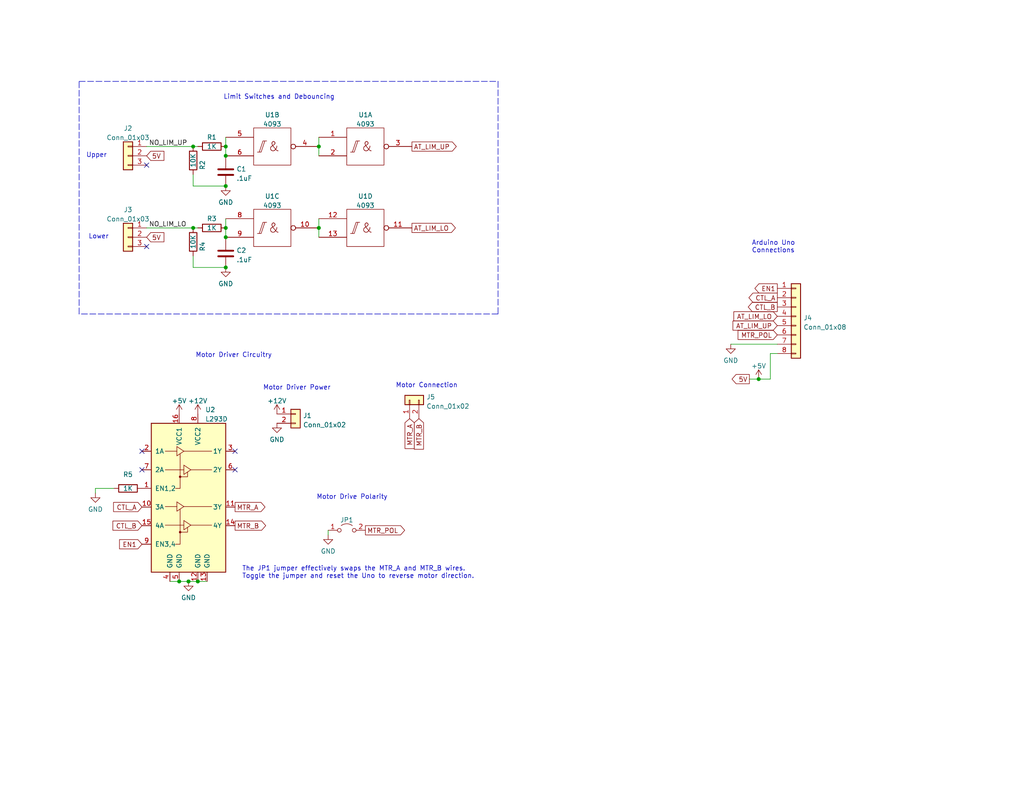
<source format=kicad_sch>
(kicad_sch (version 20211123) (generator eeschema)

  (uuid 823fd505-2f0d-4699-85a2-e49458060f6a)

  (paper "A")

  (title_block
    (title "Arduino Uno Actuator Controller")
    (date "2023-05-08")
    (rev "1")
    (company "Fluxus")
  )

  (lib_symbols
    (symbol "4xxx_IEEE:4093" (pin_names (offset 0.762)) (in_bom yes) (on_board yes)
      (property "Reference" "U" (id 0) (at 3.81 6.35 0)
        (effects (font (size 1.27 1.27)))
      )
      (property "Value" "4093" (id 1) (at 5.08 -6.35 0)
        (effects (font (size 1.27 1.27)))
      )
      (property "Footprint" "" (id 2) (at 0 0 0)
        (effects (font (size 1.27 1.27)) hide)
      )
      (property "Datasheet" "" (id 3) (at 0 0 0)
        (effects (font (size 1.27 1.27)) hide)
      )
      (symbol "4093_0_0"
        (rectangle (start -5.08 5.08) (end 5.08 -5.08)
          (stroke (width 0) (type default) (color 0 0 0 0))
          (fill (type none))
        )
        (polyline
          (pts
            (xy -4.064 -1.524)
            (xy -3.048 -1.524)
            (xy -2.032 1.524)
            (xy -1.524 1.524)
            (xy -2.54 1.524)
            (xy -3.556 -1.524)
            (xy -3.556 -1.524)
          )
          (stroke (width 0) (type default) (color 0 0 0 0))
          (fill (type none))
        )
        (text "&" (at 0.508 0 0)
          (effects (font (size 2.54 2.54)))
        )
        (pin power_in line (at 0 5.08 270) (length 0) hide
          (name "Vdd" (effects (font (size 1.27 1.27))))
          (number "14" (effects (font (size 1.27 1.27))))
        )
        (pin power_in line (at 0 -5.08 90) (length 0) hide
          (name "Vss" (effects (font (size 1.27 1.27))))
          (number "7" (effects (font (size 1.27 1.27))))
        )
      )
      (symbol "4093_1_1"
        (pin input line (at -12.7 2.54 0) (length 7.62)
          (name "~" (effects (font (size 1.27 1.27))))
          (number "1" (effects (font (size 1.27 1.27))))
        )
        (pin input line (at -12.7 -2.54 0) (length 7.62)
          (name "~" (effects (font (size 1.27 1.27))))
          (number "2" (effects (font (size 1.27 1.27))))
        )
        (pin output inverted (at 12.7 0 180) (length 7.62)
          (name "~" (effects (font (size 1.27 1.27))))
          (number "3" (effects (font (size 1.27 1.27))))
        )
      )
      (symbol "4093_2_1"
        (pin output inverted (at 12.7 0 180) (length 7.62)
          (name "~" (effects (font (size 1.27 1.27))))
          (number "4" (effects (font (size 1.27 1.27))))
        )
        (pin input line (at -12.7 2.54 0) (length 7.62)
          (name "~" (effects (font (size 1.27 1.27))))
          (number "5" (effects (font (size 1.27 1.27))))
        )
        (pin input line (at -12.7 -2.54 0) (length 7.62)
          (name "~" (effects (font (size 1.27 1.27))))
          (number "6" (effects (font (size 1.27 1.27))))
        )
      )
      (symbol "4093_3_1"
        (pin output inverted (at 12.7 0 180) (length 7.62)
          (name "~" (effects (font (size 1.27 1.27))))
          (number "10" (effects (font (size 1.27 1.27))))
        )
        (pin input line (at -12.7 2.54 0) (length 7.62)
          (name "~" (effects (font (size 1.27 1.27))))
          (number "8" (effects (font (size 1.27 1.27))))
        )
        (pin input line (at -12.7 -2.54 0) (length 7.62)
          (name "~" (effects (font (size 1.27 1.27))))
          (number "9" (effects (font (size 1.27 1.27))))
        )
      )
      (symbol "4093_4_1"
        (pin output inverted (at 12.7 0 180) (length 7.62)
          (name "~" (effects (font (size 1.27 1.27))))
          (number "11" (effects (font (size 1.27 1.27))))
        )
        (pin input line (at -12.7 2.54 0) (length 7.62)
          (name "~" (effects (font (size 1.27 1.27))))
          (number "12" (effects (font (size 1.27 1.27))))
        )
        (pin input line (at -12.7 -2.54 0) (length 7.62)
          (name "~" (effects (font (size 1.27 1.27))))
          (number "13" (effects (font (size 1.27 1.27))))
        )
      )
    )
    (symbol "Connector_Generic:Conn_01x02" (pin_names (offset 1.016) hide) (in_bom yes) (on_board yes)
      (property "Reference" "J" (id 0) (at 0 2.54 0)
        (effects (font (size 1.27 1.27)))
      )
      (property "Value" "Conn_01x02" (id 1) (at 0 -5.08 0)
        (effects (font (size 1.27 1.27)))
      )
      (property "Footprint" "" (id 2) (at 0 0 0)
        (effects (font (size 1.27 1.27)) hide)
      )
      (property "Datasheet" "~" (id 3) (at 0 0 0)
        (effects (font (size 1.27 1.27)) hide)
      )
      (property "ki_keywords" "connector" (id 4) (at 0 0 0)
        (effects (font (size 1.27 1.27)) hide)
      )
      (property "ki_description" "Generic connector, single row, 01x02, script generated (kicad-library-utils/schlib/autogen/connector/)" (id 5) (at 0 0 0)
        (effects (font (size 1.27 1.27)) hide)
      )
      (property "ki_fp_filters" "Connector*:*_1x??_*" (id 6) (at 0 0 0)
        (effects (font (size 1.27 1.27)) hide)
      )
      (symbol "Conn_01x02_1_1"
        (rectangle (start -1.27 -2.413) (end 0 -2.667)
          (stroke (width 0.1524) (type default) (color 0 0 0 0))
          (fill (type none))
        )
        (rectangle (start -1.27 0.127) (end 0 -0.127)
          (stroke (width 0.1524) (type default) (color 0 0 0 0))
          (fill (type none))
        )
        (rectangle (start -1.27 1.27) (end 1.27 -3.81)
          (stroke (width 0.254) (type default) (color 0 0 0 0))
          (fill (type background))
        )
        (pin passive line (at -5.08 0 0) (length 3.81)
          (name "Pin_1" (effects (font (size 1.27 1.27))))
          (number "1" (effects (font (size 1.27 1.27))))
        )
        (pin passive line (at -5.08 -2.54 0) (length 3.81)
          (name "Pin_2" (effects (font (size 1.27 1.27))))
          (number "2" (effects (font (size 1.27 1.27))))
        )
      )
    )
    (symbol "Connector_Generic:Conn_01x03" (pin_names (offset 1.016) hide) (in_bom yes) (on_board yes)
      (property "Reference" "J" (id 0) (at 0 5.08 0)
        (effects (font (size 1.27 1.27)))
      )
      (property "Value" "Conn_01x03" (id 1) (at 0 -5.08 0)
        (effects (font (size 1.27 1.27)))
      )
      (property "Footprint" "" (id 2) (at 0 0 0)
        (effects (font (size 1.27 1.27)) hide)
      )
      (property "Datasheet" "~" (id 3) (at 0 0 0)
        (effects (font (size 1.27 1.27)) hide)
      )
      (property "ki_keywords" "connector" (id 4) (at 0 0 0)
        (effects (font (size 1.27 1.27)) hide)
      )
      (property "ki_description" "Generic connector, single row, 01x03, script generated (kicad-library-utils/schlib/autogen/connector/)" (id 5) (at 0 0 0)
        (effects (font (size 1.27 1.27)) hide)
      )
      (property "ki_fp_filters" "Connector*:*_1x??_*" (id 6) (at 0 0 0)
        (effects (font (size 1.27 1.27)) hide)
      )
      (symbol "Conn_01x03_1_1"
        (rectangle (start -1.27 -2.413) (end 0 -2.667)
          (stroke (width 0.1524) (type default) (color 0 0 0 0))
          (fill (type none))
        )
        (rectangle (start -1.27 0.127) (end 0 -0.127)
          (stroke (width 0.1524) (type default) (color 0 0 0 0))
          (fill (type none))
        )
        (rectangle (start -1.27 2.667) (end 0 2.413)
          (stroke (width 0.1524) (type default) (color 0 0 0 0))
          (fill (type none))
        )
        (rectangle (start -1.27 3.81) (end 1.27 -3.81)
          (stroke (width 0.254) (type default) (color 0 0 0 0))
          (fill (type background))
        )
        (pin passive line (at -5.08 2.54 0) (length 3.81)
          (name "Pin_1" (effects (font (size 1.27 1.27))))
          (number "1" (effects (font (size 1.27 1.27))))
        )
        (pin passive line (at -5.08 0 0) (length 3.81)
          (name "Pin_2" (effects (font (size 1.27 1.27))))
          (number "2" (effects (font (size 1.27 1.27))))
        )
        (pin passive line (at -5.08 -2.54 0) (length 3.81)
          (name "Pin_3" (effects (font (size 1.27 1.27))))
          (number "3" (effects (font (size 1.27 1.27))))
        )
      )
    )
    (symbol "Connector_Generic:Conn_01x08" (pin_names (offset 1.016) hide) (in_bom yes) (on_board yes)
      (property "Reference" "J" (id 0) (at 0 10.16 0)
        (effects (font (size 1.27 1.27)))
      )
      (property "Value" "Conn_01x08" (id 1) (at 0 -12.7 0)
        (effects (font (size 1.27 1.27)))
      )
      (property "Footprint" "" (id 2) (at 0 0 0)
        (effects (font (size 1.27 1.27)) hide)
      )
      (property "Datasheet" "~" (id 3) (at 0 0 0)
        (effects (font (size 1.27 1.27)) hide)
      )
      (property "ki_keywords" "connector" (id 4) (at 0 0 0)
        (effects (font (size 1.27 1.27)) hide)
      )
      (property "ki_description" "Generic connector, single row, 01x08, script generated (kicad-library-utils/schlib/autogen/connector/)" (id 5) (at 0 0 0)
        (effects (font (size 1.27 1.27)) hide)
      )
      (property "ki_fp_filters" "Connector*:*_1x??_*" (id 6) (at 0 0 0)
        (effects (font (size 1.27 1.27)) hide)
      )
      (symbol "Conn_01x08_1_1"
        (rectangle (start -1.27 -10.033) (end 0 -10.287)
          (stroke (width 0.1524) (type default) (color 0 0 0 0))
          (fill (type none))
        )
        (rectangle (start -1.27 -7.493) (end 0 -7.747)
          (stroke (width 0.1524) (type default) (color 0 0 0 0))
          (fill (type none))
        )
        (rectangle (start -1.27 -4.953) (end 0 -5.207)
          (stroke (width 0.1524) (type default) (color 0 0 0 0))
          (fill (type none))
        )
        (rectangle (start -1.27 -2.413) (end 0 -2.667)
          (stroke (width 0.1524) (type default) (color 0 0 0 0))
          (fill (type none))
        )
        (rectangle (start -1.27 0.127) (end 0 -0.127)
          (stroke (width 0.1524) (type default) (color 0 0 0 0))
          (fill (type none))
        )
        (rectangle (start -1.27 2.667) (end 0 2.413)
          (stroke (width 0.1524) (type default) (color 0 0 0 0))
          (fill (type none))
        )
        (rectangle (start -1.27 5.207) (end 0 4.953)
          (stroke (width 0.1524) (type default) (color 0 0 0 0))
          (fill (type none))
        )
        (rectangle (start -1.27 7.747) (end 0 7.493)
          (stroke (width 0.1524) (type default) (color 0 0 0 0))
          (fill (type none))
        )
        (rectangle (start -1.27 8.89) (end 1.27 -11.43)
          (stroke (width 0.254) (type default) (color 0 0 0 0))
          (fill (type background))
        )
        (pin passive line (at -5.08 7.62 0) (length 3.81)
          (name "Pin_1" (effects (font (size 1.27 1.27))))
          (number "1" (effects (font (size 1.27 1.27))))
        )
        (pin passive line (at -5.08 5.08 0) (length 3.81)
          (name "Pin_2" (effects (font (size 1.27 1.27))))
          (number "2" (effects (font (size 1.27 1.27))))
        )
        (pin passive line (at -5.08 2.54 0) (length 3.81)
          (name "Pin_3" (effects (font (size 1.27 1.27))))
          (number "3" (effects (font (size 1.27 1.27))))
        )
        (pin passive line (at -5.08 0 0) (length 3.81)
          (name "Pin_4" (effects (font (size 1.27 1.27))))
          (number "4" (effects (font (size 1.27 1.27))))
        )
        (pin passive line (at -5.08 -2.54 0) (length 3.81)
          (name "Pin_5" (effects (font (size 1.27 1.27))))
          (number "5" (effects (font (size 1.27 1.27))))
        )
        (pin passive line (at -5.08 -5.08 0) (length 3.81)
          (name "Pin_6" (effects (font (size 1.27 1.27))))
          (number "6" (effects (font (size 1.27 1.27))))
        )
        (pin passive line (at -5.08 -7.62 0) (length 3.81)
          (name "Pin_7" (effects (font (size 1.27 1.27))))
          (number "7" (effects (font (size 1.27 1.27))))
        )
        (pin passive line (at -5.08 -10.16 0) (length 3.81)
          (name "Pin_8" (effects (font (size 1.27 1.27))))
          (number "8" (effects (font (size 1.27 1.27))))
        )
      )
    )
    (symbol "Device:C" (pin_numbers hide) (pin_names (offset 0.254)) (in_bom yes) (on_board yes)
      (property "Reference" "C" (id 0) (at 0.635 2.54 0)
        (effects (font (size 1.27 1.27)) (justify left))
      )
      (property "Value" "C" (id 1) (at 0.635 -2.54 0)
        (effects (font (size 1.27 1.27)) (justify left))
      )
      (property "Footprint" "" (id 2) (at 0.9652 -3.81 0)
        (effects (font (size 1.27 1.27)) hide)
      )
      (property "Datasheet" "~" (id 3) (at 0 0 0)
        (effects (font (size 1.27 1.27)) hide)
      )
      (property "ki_keywords" "cap capacitor" (id 4) (at 0 0 0)
        (effects (font (size 1.27 1.27)) hide)
      )
      (property "ki_description" "Unpolarized capacitor" (id 5) (at 0 0 0)
        (effects (font (size 1.27 1.27)) hide)
      )
      (property "ki_fp_filters" "C_*" (id 6) (at 0 0 0)
        (effects (font (size 1.27 1.27)) hide)
      )
      (symbol "C_0_1"
        (polyline
          (pts
            (xy -2.032 -0.762)
            (xy 2.032 -0.762)
          )
          (stroke (width 0.508) (type default) (color 0 0 0 0))
          (fill (type none))
        )
        (polyline
          (pts
            (xy -2.032 0.762)
            (xy 2.032 0.762)
          )
          (stroke (width 0.508) (type default) (color 0 0 0 0))
          (fill (type none))
        )
      )
      (symbol "C_1_1"
        (pin passive line (at 0 3.81 270) (length 2.794)
          (name "~" (effects (font (size 1.27 1.27))))
          (number "1" (effects (font (size 1.27 1.27))))
        )
        (pin passive line (at 0 -3.81 90) (length 2.794)
          (name "~" (effects (font (size 1.27 1.27))))
          (number "2" (effects (font (size 1.27 1.27))))
        )
      )
    )
    (symbol "Device:R" (pin_numbers hide) (pin_names (offset 0)) (in_bom yes) (on_board yes)
      (property "Reference" "R" (id 0) (at 2.032 0 90)
        (effects (font (size 1.27 1.27)))
      )
      (property "Value" "R" (id 1) (at 0 0 90)
        (effects (font (size 1.27 1.27)))
      )
      (property "Footprint" "" (id 2) (at -1.778 0 90)
        (effects (font (size 1.27 1.27)) hide)
      )
      (property "Datasheet" "~" (id 3) (at 0 0 0)
        (effects (font (size 1.27 1.27)) hide)
      )
      (property "ki_keywords" "R res resistor" (id 4) (at 0 0 0)
        (effects (font (size 1.27 1.27)) hide)
      )
      (property "ki_description" "Resistor" (id 5) (at 0 0 0)
        (effects (font (size 1.27 1.27)) hide)
      )
      (property "ki_fp_filters" "R_*" (id 6) (at 0 0 0)
        (effects (font (size 1.27 1.27)) hide)
      )
      (symbol "R_0_1"
        (rectangle (start -1.016 -2.54) (end 1.016 2.54)
          (stroke (width 0.254) (type default) (color 0 0 0 0))
          (fill (type none))
        )
      )
      (symbol "R_1_1"
        (pin passive line (at 0 3.81 270) (length 1.27)
          (name "~" (effects (font (size 1.27 1.27))))
          (number "1" (effects (font (size 1.27 1.27))))
        )
        (pin passive line (at 0 -3.81 90) (length 1.27)
          (name "~" (effects (font (size 1.27 1.27))))
          (number "2" (effects (font (size 1.27 1.27))))
        )
      )
    )
    (symbol "Driver_Motor:L293D" (pin_names (offset 1.016)) (in_bom yes) (on_board yes)
      (property "Reference" "U" (id 0) (at -5.08 26.035 0)
        (effects (font (size 1.27 1.27)) (justify right))
      )
      (property "Value" "L293D" (id 1) (at -5.08 24.13 0)
        (effects (font (size 1.27 1.27)) (justify right))
      )
      (property "Footprint" "Package_DIP:DIP-16_W7.62mm" (id 2) (at 6.35 -19.05 0)
        (effects (font (size 1.27 1.27)) (justify left) hide)
      )
      (property "Datasheet" "http://www.ti.com/lit/ds/symlink/l293.pdf" (id 3) (at -7.62 17.78 0)
        (effects (font (size 1.27 1.27)) hide)
      )
      (property "ki_keywords" "Half-H Driver Motor" (id 4) (at 0 0 0)
        (effects (font (size 1.27 1.27)) hide)
      )
      (property "ki_description" "Quadruple Half-H Drivers" (id 5) (at 0 0 0)
        (effects (font (size 1.27 1.27)) hide)
      )
      (property "ki_fp_filters" "DIP*W7.62mm*" (id 6) (at 0 0 0)
        (effects (font (size 1.27 1.27)) hide)
      )
      (symbol "L293D_0_1"
        (rectangle (start -10.16 22.86) (end 10.16 -17.78)
          (stroke (width 0.254) (type default) (color 0 0 0 0))
          (fill (type background))
        )
        (circle (center -2.286 -6.858) (radius 0.254)
          (stroke (width 0) (type default) (color 0 0 0 0))
          (fill (type outline))
        )
        (circle (center -2.286 8.255) (radius 0.254)
          (stroke (width 0) (type default) (color 0 0 0 0))
          (fill (type outline))
        )
        (polyline
          (pts
            (xy -6.35 -4.953)
            (xy -1.27 -4.953)
          )
          (stroke (width 0) (type default) (color 0 0 0 0))
          (fill (type none))
        )
        (polyline
          (pts
            (xy -6.35 0.127)
            (xy -3.175 0.127)
          )
          (stroke (width 0) (type default) (color 0 0 0 0))
          (fill (type none))
        )
        (polyline
          (pts
            (xy -6.35 10.16)
            (xy -1.27 10.16)
          )
          (stroke (width 0) (type default) (color 0 0 0 0))
          (fill (type none))
        )
        (polyline
          (pts
            (xy -6.35 15.24)
            (xy -3.175 15.24)
          )
          (stroke (width 0) (type default) (color 0 0 0 0))
          (fill (type none))
        )
        (polyline
          (pts
            (xy -1.27 0.127)
            (xy 6.35 0.127)
          )
          (stroke (width 0) (type default) (color 0 0 0 0))
          (fill (type none))
        )
        (polyline
          (pts
            (xy -1.27 15.24)
            (xy 6.35 15.24)
          )
          (stroke (width 0) (type default) (color 0 0 0 0))
          (fill (type none))
        )
        (polyline
          (pts
            (xy 0.635 -4.953)
            (xy 6.35 -4.953)
          )
          (stroke (width 0) (type default) (color 0 0 0 0))
          (fill (type none))
        )
        (polyline
          (pts
            (xy 0.635 10.16)
            (xy 6.35 10.16)
          )
          (stroke (width 0) (type default) (color 0 0 0 0))
          (fill (type none))
        )
        (polyline
          (pts
            (xy -2.286 -6.858)
            (xy -0.254 -6.858)
            (xy -0.254 -5.588)
          )
          (stroke (width 0) (type default) (color 0 0 0 0))
          (fill (type none))
        )
        (polyline
          (pts
            (xy -2.286 -0.635)
            (xy -2.286 -10.16)
            (xy -3.556 -10.16)
          )
          (stroke (width 0) (type default) (color 0 0 0 0))
          (fill (type none))
        )
        (polyline
          (pts
            (xy -2.286 8.255)
            (xy -0.254 8.255)
            (xy -0.254 9.525)
          )
          (stroke (width 0) (type default) (color 0 0 0 0))
          (fill (type none))
        )
        (polyline
          (pts
            (xy -2.286 14.478)
            (xy -2.286 5.08)
            (xy -3.556 5.08)
          )
          (stroke (width 0) (type default) (color 0 0 0 0))
          (fill (type none))
        )
        (polyline
          (pts
            (xy -3.175 1.397)
            (xy -3.175 -1.143)
            (xy -1.27 0.127)
            (xy -3.175 1.397)
          )
          (stroke (width 0) (type default) (color 0 0 0 0))
          (fill (type none))
        )
        (polyline
          (pts
            (xy -3.175 16.51)
            (xy -3.175 13.97)
            (xy -1.27 15.24)
            (xy -3.175 16.51)
          )
          (stroke (width 0) (type default) (color 0 0 0 0))
          (fill (type none))
        )
        (polyline
          (pts
            (xy -1.27 -3.683)
            (xy -1.27 -6.223)
            (xy 0.635 -4.953)
            (xy -1.27 -3.683)
          )
          (stroke (width 0) (type default) (color 0 0 0 0))
          (fill (type none))
        )
        (polyline
          (pts
            (xy -1.27 11.43)
            (xy -1.27 8.89)
            (xy 0.635 10.16)
            (xy -1.27 11.43)
          )
          (stroke (width 0) (type default) (color 0 0 0 0))
          (fill (type none))
        )
      )
      (symbol "L293D_1_1"
        (pin input line (at -12.7 5.08 0) (length 2.54)
          (name "EN1,2" (effects (font (size 1.27 1.27))))
          (number "1" (effects (font (size 1.27 1.27))))
        )
        (pin input line (at -12.7 0 0) (length 2.54)
          (name "3A" (effects (font (size 1.27 1.27))))
          (number "10" (effects (font (size 1.27 1.27))))
        )
        (pin output line (at 12.7 0 180) (length 2.54)
          (name "3Y" (effects (font (size 1.27 1.27))))
          (number "11" (effects (font (size 1.27 1.27))))
        )
        (pin power_in line (at 2.54 -20.32 90) (length 2.54)
          (name "GND" (effects (font (size 1.27 1.27))))
          (number "12" (effects (font (size 1.27 1.27))))
        )
        (pin power_in line (at 5.08 -20.32 90) (length 2.54)
          (name "GND" (effects (font (size 1.27 1.27))))
          (number "13" (effects (font (size 1.27 1.27))))
        )
        (pin output line (at 12.7 -5.08 180) (length 2.54)
          (name "4Y" (effects (font (size 1.27 1.27))))
          (number "14" (effects (font (size 1.27 1.27))))
        )
        (pin input line (at -12.7 -5.08 0) (length 2.54)
          (name "4A" (effects (font (size 1.27 1.27))))
          (number "15" (effects (font (size 1.27 1.27))))
        )
        (pin power_in line (at -2.54 25.4 270) (length 2.54)
          (name "VCC1" (effects (font (size 1.27 1.27))))
          (number "16" (effects (font (size 1.27 1.27))))
        )
        (pin input line (at -12.7 15.24 0) (length 2.54)
          (name "1A" (effects (font (size 1.27 1.27))))
          (number "2" (effects (font (size 1.27 1.27))))
        )
        (pin output line (at 12.7 15.24 180) (length 2.54)
          (name "1Y" (effects (font (size 1.27 1.27))))
          (number "3" (effects (font (size 1.27 1.27))))
        )
        (pin power_in line (at -5.08 -20.32 90) (length 2.54)
          (name "GND" (effects (font (size 1.27 1.27))))
          (number "4" (effects (font (size 1.27 1.27))))
        )
        (pin power_in line (at -2.54 -20.32 90) (length 2.54)
          (name "GND" (effects (font (size 1.27 1.27))))
          (number "5" (effects (font (size 1.27 1.27))))
        )
        (pin output line (at 12.7 10.16 180) (length 2.54)
          (name "2Y" (effects (font (size 1.27 1.27))))
          (number "6" (effects (font (size 1.27 1.27))))
        )
        (pin input line (at -12.7 10.16 0) (length 2.54)
          (name "2A" (effects (font (size 1.27 1.27))))
          (number "7" (effects (font (size 1.27 1.27))))
        )
        (pin power_in line (at 2.54 25.4 270) (length 2.54)
          (name "VCC2" (effects (font (size 1.27 1.27))))
          (number "8" (effects (font (size 1.27 1.27))))
        )
        (pin input line (at -12.7 -10.16 0) (length 2.54)
          (name "EN3,4" (effects (font (size 1.27 1.27))))
          (number "9" (effects (font (size 1.27 1.27))))
        )
      )
    )
    (symbol "Jumper:Jumper_2_Open" (pin_names (offset 0) hide) (in_bom yes) (on_board yes)
      (property "Reference" "JP" (id 0) (at 0 2.794 0)
        (effects (font (size 1.27 1.27)))
      )
      (property "Value" "Jumper_2_Open" (id 1) (at 0 -2.286 0)
        (effects (font (size 1.27 1.27)))
      )
      (property "Footprint" "" (id 2) (at 0 0 0)
        (effects (font (size 1.27 1.27)) hide)
      )
      (property "Datasheet" "~" (id 3) (at 0 0 0)
        (effects (font (size 1.27 1.27)) hide)
      )
      (property "ki_keywords" "Jumper SPST" (id 4) (at 0 0 0)
        (effects (font (size 1.27 1.27)) hide)
      )
      (property "ki_description" "Jumper, 2-pole, open" (id 5) (at 0 0 0)
        (effects (font (size 1.27 1.27)) hide)
      )
      (property "ki_fp_filters" "Jumper* TestPoint*2Pads* TestPoint*Bridge*" (id 6) (at 0 0 0)
        (effects (font (size 1.27 1.27)) hide)
      )
      (symbol "Jumper_2_Open_0_0"
        (circle (center -2.032 0) (radius 0.508)
          (stroke (width 0) (type default) (color 0 0 0 0))
          (fill (type none))
        )
        (circle (center 2.032 0) (radius 0.508)
          (stroke (width 0) (type default) (color 0 0 0 0))
          (fill (type none))
        )
      )
      (symbol "Jumper_2_Open_0_1"
        (arc (start 1.524 1.27) (mid 0 1.778) (end -1.524 1.27)
          (stroke (width 0) (type default) (color 0 0 0 0))
          (fill (type none))
        )
      )
      (symbol "Jumper_2_Open_1_1"
        (pin passive line (at -5.08 0 0) (length 2.54)
          (name "A" (effects (font (size 1.27 1.27))))
          (number "1" (effects (font (size 1.27 1.27))))
        )
        (pin passive line (at 5.08 0 180) (length 2.54)
          (name "B" (effects (font (size 1.27 1.27))))
          (number "2" (effects (font (size 1.27 1.27))))
        )
      )
    )
    (symbol "power:+12V" (power) (pin_names (offset 0)) (in_bom yes) (on_board yes)
      (property "Reference" "#PWR" (id 0) (at 0 -3.81 0)
        (effects (font (size 1.27 1.27)) hide)
      )
      (property "Value" "+12V" (id 1) (at 0 3.556 0)
        (effects (font (size 1.27 1.27)))
      )
      (property "Footprint" "" (id 2) (at 0 0 0)
        (effects (font (size 1.27 1.27)) hide)
      )
      (property "Datasheet" "" (id 3) (at 0 0 0)
        (effects (font (size 1.27 1.27)) hide)
      )
      (property "ki_keywords" "power-flag" (id 4) (at 0 0 0)
        (effects (font (size 1.27 1.27)) hide)
      )
      (property "ki_description" "Power symbol creates a global label with name \"+12V\"" (id 5) (at 0 0 0)
        (effects (font (size 1.27 1.27)) hide)
      )
      (symbol "+12V_0_1"
        (polyline
          (pts
            (xy -0.762 1.27)
            (xy 0 2.54)
          )
          (stroke (width 0) (type default) (color 0 0 0 0))
          (fill (type none))
        )
        (polyline
          (pts
            (xy 0 0)
            (xy 0 2.54)
          )
          (stroke (width 0) (type default) (color 0 0 0 0))
          (fill (type none))
        )
        (polyline
          (pts
            (xy 0 2.54)
            (xy 0.762 1.27)
          )
          (stroke (width 0) (type default) (color 0 0 0 0))
          (fill (type none))
        )
      )
      (symbol "+12V_1_1"
        (pin power_in line (at 0 0 90) (length 0) hide
          (name "+12V" (effects (font (size 1.27 1.27))))
          (number "1" (effects (font (size 1.27 1.27))))
        )
      )
    )
    (symbol "power:+5V" (power) (pin_names (offset 0)) (in_bom yes) (on_board yes)
      (property "Reference" "#PWR" (id 0) (at 0 -3.81 0)
        (effects (font (size 1.27 1.27)) hide)
      )
      (property "Value" "+5V" (id 1) (at 0 3.556 0)
        (effects (font (size 1.27 1.27)))
      )
      (property "Footprint" "" (id 2) (at 0 0 0)
        (effects (font (size 1.27 1.27)) hide)
      )
      (property "Datasheet" "" (id 3) (at 0 0 0)
        (effects (font (size 1.27 1.27)) hide)
      )
      (property "ki_keywords" "power-flag" (id 4) (at 0 0 0)
        (effects (font (size 1.27 1.27)) hide)
      )
      (property "ki_description" "Power symbol creates a global label with name \"+5V\"" (id 5) (at 0 0 0)
        (effects (font (size 1.27 1.27)) hide)
      )
      (symbol "+5V_0_1"
        (polyline
          (pts
            (xy -0.762 1.27)
            (xy 0 2.54)
          )
          (stroke (width 0) (type default) (color 0 0 0 0))
          (fill (type none))
        )
        (polyline
          (pts
            (xy 0 0)
            (xy 0 2.54)
          )
          (stroke (width 0) (type default) (color 0 0 0 0))
          (fill (type none))
        )
        (polyline
          (pts
            (xy 0 2.54)
            (xy 0.762 1.27)
          )
          (stroke (width 0) (type default) (color 0 0 0 0))
          (fill (type none))
        )
      )
      (symbol "+5V_1_1"
        (pin power_in line (at 0 0 90) (length 0) hide
          (name "+5V" (effects (font (size 1.27 1.27))))
          (number "1" (effects (font (size 1.27 1.27))))
        )
      )
    )
    (symbol "power:GND" (power) (pin_names (offset 0)) (in_bom yes) (on_board yes)
      (property "Reference" "#PWR" (id 0) (at 0 -6.35 0)
        (effects (font (size 1.27 1.27)) hide)
      )
      (property "Value" "GND" (id 1) (at 0 -3.81 0)
        (effects (font (size 1.27 1.27)))
      )
      (property "Footprint" "" (id 2) (at 0 0 0)
        (effects (font (size 1.27 1.27)) hide)
      )
      (property "Datasheet" "" (id 3) (at 0 0 0)
        (effects (font (size 1.27 1.27)) hide)
      )
      (property "ki_keywords" "power-flag" (id 4) (at 0 0 0)
        (effects (font (size 1.27 1.27)) hide)
      )
      (property "ki_description" "Power symbol creates a global label with name \"GND\" , ground" (id 5) (at 0 0 0)
        (effects (font (size 1.27 1.27)) hide)
      )
      (symbol "GND_0_1"
        (polyline
          (pts
            (xy 0 0)
            (xy 0 -1.27)
            (xy 1.27 -1.27)
            (xy 0 -2.54)
            (xy -1.27 -1.27)
            (xy 0 -1.27)
          )
          (stroke (width 0) (type default) (color 0 0 0 0))
          (fill (type none))
        )
      )
      (symbol "GND_1_1"
        (pin power_in line (at 0 0 270) (length 0) hide
          (name "GND" (effects (font (size 1.27 1.27))))
          (number "1" (effects (font (size 1.27 1.27))))
        )
      )
    )
  )

  (junction (at 53.975 158.75) (diameter 0) (color 0 0 0 0)
    (uuid 1d236c4c-4090-4b2b-9a46-fef729bf41f7)
  )
  (junction (at 48.895 158.75) (diameter 0) (color 0 0 0 0)
    (uuid 2278112d-f135-4720-ac9a-3b5c2e0ef85d)
  )
  (junction (at 86.995 62.23) (diameter 0) (color 0 0 0 0)
    (uuid 35e49bd8-fe61-4745-bd4e-a716b563a1e1)
  )
  (junction (at 61.595 62.23) (diameter 0) (color 0 0 0 0)
    (uuid 43252b50-9daf-474b-8142-f56462e23cbf)
  )
  (junction (at 61.595 73.025) (diameter 0) (color 0 0 0 0)
    (uuid 6700ba93-b1cc-4d32-9a4d-79cc31c89c2d)
  )
  (junction (at 61.595 42.545) (diameter 0) (color 0 0 0 0)
    (uuid 6c4c3a78-d7aa-481e-b587-049db214e2c7)
  )
  (junction (at 52.705 40.005) (diameter 0) (color 0 0 0 0)
    (uuid b7699b4f-7ff8-4c1d-b809-ae89b65719b4)
  )
  (junction (at 207.01 103.505) (diameter 0) (color 0 0 0 0)
    (uuid ba1fdc20-cb38-4b92-868c-5c59d1d99b6f)
  )
  (junction (at 61.595 40.005) (diameter 0) (color 0 0 0 0)
    (uuid c2cb8086-8be5-4773-89c0-5842d674a492)
  )
  (junction (at 86.995 40.005) (diameter 0) (color 0 0 0 0)
    (uuid cc746d6f-99e7-47b5-9aa8-b948f2e452b9)
  )
  (junction (at 61.595 50.8) (diameter 0) (color 0 0 0 0)
    (uuid cea64d80-967e-4d67-9535-56bbda527662)
  )
  (junction (at 51.435 158.75) (diameter 0) (color 0 0 0 0)
    (uuid dac00fd9-9b0b-4460-88b2-491323b5f1e5)
  )
  (junction (at 52.705 62.23) (diameter 0) (color 0 0 0 0)
    (uuid e9019520-c393-4b05-878e-0bf74a7e9e27)
  )
  (junction (at 61.595 64.77) (diameter 0) (color 0 0 0 0)
    (uuid fcdfd1e0-8d65-422e-aaa8-3aa2c7fa856d)
  )

  (no_connect (at 40.005 67.31) (uuid 9b668ecc-1621-492a-950d-5f6f80c117df))
  (no_connect (at 40.005 45.085) (uuid 9b668ecc-1621-492a-950d-5f6f80c117df))
  (no_connect (at 38.735 123.19) (uuid 9b668ecc-1621-492a-950d-5f6f80c117df))
  (no_connect (at 38.735 128.27) (uuid 9b668ecc-1621-492a-950d-5f6f80c117df))
  (no_connect (at 64.135 123.19) (uuid 9b668ecc-1621-492a-950d-5f6f80c117df))
  (no_connect (at 64.135 128.27) (uuid 9b668ecc-1621-492a-950d-5f6f80c117df))

  (wire (pts (xy 89.535 144.78) (xy 89.535 146.05))
    (stroke (width 0) (type default) (color 0 0 0 0))
    (uuid 0e48168c-0fb2-47c9-a92a-cddf60767e41)
  )
  (wire (pts (xy 207.01 103.505) (xy 210.185 103.505))
    (stroke (width 0) (type default) (color 0 0 0 0))
    (uuid 143b07ee-40ff-4170-a509-50b963d8bd9c)
  )
  (wire (pts (xy 61.595 37.465) (xy 61.595 40.005))
    (stroke (width 0) (type default) (color 0 0 0 0))
    (uuid 15ca0c5d-56e7-4884-b179-b1f046672260)
  )
  (wire (pts (xy 52.705 69.85) (xy 52.705 73.025))
    (stroke (width 0) (type default) (color 0 0 0 0))
    (uuid 291c33c6-3021-4ac8-9e96-3443d3c11dae)
  )
  (wire (pts (xy 52.705 47.625) (xy 52.705 50.8))
    (stroke (width 0) (type default) (color 0 0 0 0))
    (uuid 32892a14-1878-4969-aed7-613de68ebe84)
  )
  (wire (pts (xy 40.005 40.005) (xy 52.705 40.005))
    (stroke (width 0) (type default) (color 0 0 0 0))
    (uuid 3674fad1-b4be-45d7-abd1-21cc945653d3)
  )
  (wire (pts (xy 52.705 73.025) (xy 61.595 73.025))
    (stroke (width 0) (type default) (color 0 0 0 0))
    (uuid 38a2c99d-49b0-499d-a6d6-03bb08afaea4)
  )
  (wire (pts (xy 86.995 62.23) (xy 86.995 64.77))
    (stroke (width 0) (type default) (color 0 0 0 0))
    (uuid 38d4f0ef-3346-4944-aa71-920473dbf867)
  )
  (wire (pts (xy 61.595 64.77) (xy 61.595 65.405))
    (stroke (width 0) (type default) (color 0 0 0 0))
    (uuid 3d1cb022-71a5-41d9-9dca-05126b6fdd92)
  )
  (wire (pts (xy 26.035 133.35) (xy 31.115 133.35))
    (stroke (width 0) (type default) (color 0 0 0 0))
    (uuid 47183760-bbe2-40ec-9cce-b894040c53e3)
  )
  (polyline (pts (xy 21.59 85.725) (xy 21.59 22.225))
    (stroke (width 0) (type default) (color 0 0 0 0))
    (uuid 479dd2d5-f0b2-4248-9b47-7e2896dc14ac)
  )

  (wire (pts (xy 204.47 103.505) (xy 207.01 103.505))
    (stroke (width 0) (type default) (color 0 0 0 0))
    (uuid 4ac9ea2e-2b67-4564-b8d3-de897de582fa)
  )
  (polyline (pts (xy 135.89 85.725) (xy 21.59 85.725))
    (stroke (width 0) (type default) (color 0 0 0 0))
    (uuid 503a2379-d137-4639-ae10-00cf5d177121)
  )

  (wire (pts (xy 26.035 133.35) (xy 26.035 134.62))
    (stroke (width 0) (type default) (color 0 0 0 0))
    (uuid 55270a3e-25e1-4a1c-ab14-0fcddf5b226c)
  )
  (wire (pts (xy 52.705 40.005) (xy 53.975 40.005))
    (stroke (width 0) (type default) (color 0 0 0 0))
    (uuid 6b384f90-5ffa-4958-b170-150846b12ea9)
  )
  (wire (pts (xy 52.705 62.23) (xy 53.975 62.23))
    (stroke (width 0) (type default) (color 0 0 0 0))
    (uuid 712164ef-bc3d-45b7-82c6-aceab8a60d38)
  )
  (wire (pts (xy 61.595 62.23) (xy 61.595 64.77))
    (stroke (width 0) (type default) (color 0 0 0 0))
    (uuid 74f47678-cb58-4157-b4e3-988a7eab7571)
  )
  (wire (pts (xy 210.185 96.52) (xy 212.09 96.52))
    (stroke (width 0) (type default) (color 0 0 0 0))
    (uuid 76cb19c0-4936-483f-a5c1-627f9fbb5d61)
  )
  (wire (pts (xy 61.595 59.69) (xy 61.595 62.23))
    (stroke (width 0) (type default) (color 0 0 0 0))
    (uuid 7c52725d-f2de-45f5-8e2e-9ac7eb0161c2)
  )
  (wire (pts (xy 40.005 62.23) (xy 52.705 62.23))
    (stroke (width 0) (type default) (color 0 0 0 0))
    (uuid 7f8e1f41-4db0-4e0a-ae14-3cb905713c31)
  )
  (wire (pts (xy 210.185 103.505) (xy 210.185 96.52))
    (stroke (width 0) (type default) (color 0 0 0 0))
    (uuid 80587fd6-6792-48e7-b13f-abc095d76ee1)
  )
  (wire (pts (xy 86.995 40.005) (xy 86.995 42.545))
    (stroke (width 0) (type default) (color 0 0 0 0))
    (uuid 90e4fdf0-850e-4694-a809-e6df839873c9)
  )
  (wire (pts (xy 53.975 158.75) (xy 56.515 158.75))
    (stroke (width 0) (type default) (color 0 0 0 0))
    (uuid 9deadb99-50c0-4d86-8ae6-bf581d953233)
  )
  (wire (pts (xy 51.435 158.75) (xy 53.975 158.75))
    (stroke (width 0) (type default) (color 0 0 0 0))
    (uuid a3ae71ec-12d4-4c36-98c5-544166e6ddb5)
  )
  (wire (pts (xy 48.895 158.75) (xy 51.435 158.75))
    (stroke (width 0) (type default) (color 0 0 0 0))
    (uuid a846d58d-e700-4fa0-8a59-9cee33b9d321)
  )
  (wire (pts (xy 61.595 40.005) (xy 61.595 42.545))
    (stroke (width 0) (type default) (color 0 0 0 0))
    (uuid b3e9b980-8b74-45e8-af57-929a61c4b06f)
  )
  (wire (pts (xy 86.995 37.465) (xy 86.995 40.005))
    (stroke (width 0) (type default) (color 0 0 0 0))
    (uuid c079c6dd-6cc1-4cec-b57e-b9b65dffbf72)
  )
  (polyline (pts (xy 21.59 22.225) (xy 135.89 22.225))
    (stroke (width 0) (type default) (color 0 0 0 0))
    (uuid c14a5bec-cbce-433e-9e5a-35f067930031)
  )

  (wire (pts (xy 199.39 93.98) (xy 212.09 93.98))
    (stroke (width 0) (type default) (color 0 0 0 0))
    (uuid c31c1101-8361-4d6e-aa32-0c5223771589)
  )
  (wire (pts (xy 46.355 158.75) (xy 48.895 158.75))
    (stroke (width 0) (type default) (color 0 0 0 0))
    (uuid ce308587-7724-40bd-ba8d-c99061983250)
  )
  (wire (pts (xy 86.995 59.69) (xy 86.995 62.23))
    (stroke (width 0) (type default) (color 0 0 0 0))
    (uuid d7e528e5-5b37-4449-b1b9-ff297d62af97)
  )
  (polyline (pts (xy 135.89 22.225) (xy 135.89 85.725))
    (stroke (width 0) (type default) (color 0 0 0 0))
    (uuid deb830f7-c7bf-4260-b3e1-865d2eb12f8d)
  )

  (wire (pts (xy 52.705 50.8) (xy 61.595 50.8))
    (stroke (width 0) (type default) (color 0 0 0 0))
    (uuid e5c0eb2e-d518-453d-912b-f25e0c331b16)
  )
  (wire (pts (xy 61.595 42.545) (xy 61.595 43.18))
    (stroke (width 0) (type default) (color 0 0 0 0))
    (uuid fa33a0c0-4744-4556-812d-2fee39079935)
  )

  (text "Arduino Uno\nConnections" (at 205.105 69.215 0)
    (effects (font (size 1.27 1.27)) (justify left bottom))
    (uuid 06b5d5df-860a-4439-88b0-c9d2a3e09c23)
  )
  (text "Upper" (at 23.495 43.18 0)
    (effects (font (size 1.27 1.27)) (justify left bottom))
    (uuid 242bf5a0-d8e5-4aa1-912b-805b8ce485d2)
  )
  (text "Limit Switches and Debouncing" (at 60.96 27.305 0)
    (effects (font (size 1.27 1.27)) (justify left bottom))
    (uuid 2c9cafae-d02c-40df-aba5-a9a52761faff)
  )
  (text "Motor Connection" (at 107.95 106.045 0)
    (effects (font (size 1.27 1.27)) (justify left bottom))
    (uuid 390c0c43-20d8-4825-9b8d-96c0440f9e56)
  )
  (text "The JP1 jumper effectively swaps the MTR_A and MTR_B wires.\nToggle the jumper and reset the Uno to reverse motor direction.\n"
    (at 66.04 158.115 0)
    (effects (font (size 1.27 1.27)) (justify left bottom))
    (uuid 62f39ebc-c9ef-4ff5-bbf4-5d58c406e80d)
  )
  (text "Lower" (at 24.13 65.405 0)
    (effects (font (size 1.27 1.27)) (justify left bottom))
    (uuid 736d6ba4-dacc-47ea-b035-1d72a454f2d5)
  )
  (text "Motor Driver Circuitry" (at 53.34 97.79 0)
    (effects (font (size 1.27 1.27)) (justify left bottom))
    (uuid 8ec1fbbd-83d0-4a2b-ac8f-75165dd1f97a)
  )
  (text "Motor Driver Power" (at 71.755 106.68 0)
    (effects (font (size 1.27 1.27)) (justify left bottom))
    (uuid cf72892a-738a-4285-97af-ac177381f0a6)
  )
  (text "Motor Drive Polarity" (at 86.36 136.525 0)
    (effects (font (size 1.27 1.27)) (justify left bottom))
    (uuid fbfa845f-6aff-4292-9330-5ec446e45e26)
  )

  (label "NO_LIM_UP" (at 40.64 40.005 0)
    (effects (font (size 1.27 1.27)) (justify left bottom))
    (uuid 15644880-24f0-49ea-b8f6-32536db5cc73)
  )
  (label "NO_LIM_LO" (at 40.64 62.23 0)
    (effects (font (size 1.27 1.27)) (justify left bottom))
    (uuid 2d98a8f5-37dc-4df2-a92e-766eb9a771e0)
  )

  (global_label "5V" (shape output) (at 204.47 103.505 180) (fields_autoplaced)
    (effects (font (size 1.27 1.27)) (justify right))
    (uuid 178aa9fa-37a0-40fe-a047-e014c4793469)
    (property "Intersheet References" "${INTERSHEET_REFS}" (id 0) (at 199.7588 103.4256 0)
      (effects (font (size 1.27 1.27)) (justify right) hide)
    )
  )
  (global_label "CTL_B" (shape output) (at 212.09 83.82 180) (fields_autoplaced)
    (effects (font (size 1.27 1.27)) (justify right))
    (uuid 18a8c07b-7182-4989-a888-78f28f9187ee)
    (property "Intersheet References" "${INTERSHEET_REFS}" (id 0) (at 204.1736 83.7406 0)
      (effects (font (size 1.27 1.27)) (justify right) hide)
    )
  )
  (global_label "MTR_A" (shape input) (at 111.76 114.3 270) (fields_autoplaced)
    (effects (font (size 1.27 1.27)) (justify right))
    (uuid 22ab0498-9205-4a54-a5d9-e03a2e561323)
    (property "Intersheet References" "${INTERSHEET_REFS}" (id 0) (at 111.6806 122.4583 90)
      (effects (font (size 1.27 1.27)) (justify right) hide)
    )
  )
  (global_label "MTR_B" (shape output) (at 64.135 143.51 0) (fields_autoplaced)
    (effects (font (size 1.27 1.27)) (justify left))
    (uuid 37b433ec-7f53-4a78-81f2-59770b38199e)
    (property "Intersheet References" "${INTERSHEET_REFS}" (id 0) (at 72.4748 143.4306 0)
      (effects (font (size 1.27 1.27)) (justify left) hide)
    )
  )
  (global_label "AT_LIM_UP" (shape output) (at 112.395 40.005 0) (fields_autoplaced)
    (effects (font (size 1.27 1.27)) (justify left))
    (uuid 37da2b38-10c0-452c-bfea-3ec39c5a760a)
    (property "Intersheet References" "${INTERSHEET_REFS}" (id 0) (at 124.4843 39.9256 0)
      (effects (font (size 1.27 1.27)) (justify left) hide)
    )
  )
  (global_label "AT_LIM_LO" (shape output) (at 112.395 62.23 0) (fields_autoplaced)
    (effects (font (size 1.27 1.27)) (justify left))
    (uuid 5d7d1ab8-bf77-4c78-b363-0a18766847fc)
    (property "Intersheet References" "${INTERSHEET_REFS}" (id 0) (at 124.2424 62.1506 0)
      (effects (font (size 1.27 1.27)) (justify left) hide)
    )
  )
  (global_label "MTR_B" (shape input) (at 114.3 114.3 270) (fields_autoplaced)
    (effects (font (size 1.27 1.27)) (justify right))
    (uuid 758b77aa-92a4-43d9-8cfa-3f7499e4a979)
    (property "Intersheet References" "${INTERSHEET_REFS}" (id 0) (at 114.2206 122.6398 90)
      (effects (font (size 1.27 1.27)) (justify right) hide)
    )
  )
  (global_label "EN1" (shape input) (at 38.735 148.59 180) (fields_autoplaced)
    (effects (font (size 1.27 1.27)) (justify right))
    (uuid 7af7141c-0c29-4fa6-867c-b1b3ca60c3f0)
    (property "Intersheet References" "${INTERSHEET_REFS}" (id 0) (at 32.6329 148.5106 0)
      (effects (font (size 1.27 1.27)) (justify right) hide)
    )
  )
  (global_label "5V" (shape input) (at 40.005 64.77 0) (fields_autoplaced)
    (effects (font (size 1.27 1.27)) (justify left))
    (uuid 7e7c086e-3d5d-4519-b2a7-0f4f59bd2eba)
    (property "Intersheet References" "${INTERSHEET_REFS}" (id 0) (at 44.7162 64.6906 0)
      (effects (font (size 1.27 1.27)) (justify left) hide)
    )
  )
  (global_label "AT_LIM_UP" (shape input) (at 212.09 88.9 180) (fields_autoplaced)
    (effects (font (size 1.27 1.27)) (justify right))
    (uuid 88cbe2e4-a85d-4f30-95a4-09d6baa1ba63)
    (property "Intersheet References" "${INTERSHEET_REFS}" (id 0) (at 200.0007 88.8206 0)
      (effects (font (size 1.27 1.27)) (justify right) hide)
    )
  )
  (global_label "CTL_B" (shape input) (at 38.735 143.51 180) (fields_autoplaced)
    (effects (font (size 1.27 1.27)) (justify right))
    (uuid 8a400ebc-8e90-40b5-8354-370ea601fa8c)
    (property "Intersheet References" "${INTERSHEET_REFS}" (id 0) (at 30.8186 143.4306 0)
      (effects (font (size 1.27 1.27)) (justify right) hide)
    )
  )
  (global_label "CTL_A" (shape input) (at 38.735 138.43 180) (fields_autoplaced)
    (effects (font (size 1.27 1.27)) (justify right))
    (uuid 9864d02e-b5a3-4fad-9698-5b04fef42b2b)
    (property "Intersheet References" "${INTERSHEET_REFS}" (id 0) (at 31 138.3506 0)
      (effects (font (size 1.27 1.27)) (justify right) hide)
    )
  )
  (global_label "EN1" (shape output) (at 212.09 78.74 180) (fields_autoplaced)
    (effects (font (size 1.27 1.27)) (justify right))
    (uuid a5a7d9cc-70f6-4128-98d8-a946162e4508)
    (property "Intersheet References" "${INTERSHEET_REFS}" (id 0) (at 205.9879 78.6606 0)
      (effects (font (size 1.27 1.27)) (justify right) hide)
    )
  )
  (global_label "MTR_POL" (shape output) (at 99.695 144.78 0) (fields_autoplaced)
    (effects (font (size 1.27 1.27)) (justify left))
    (uuid d0b9ca88-9985-4d7b-bb51-c445b84bfca6)
    (property "Intersheet References" "${INTERSHEET_REFS}" (id 0) (at 110.3933 144.7006 0)
      (effects (font (size 1.27 1.27)) (justify left) hide)
    )
  )
  (global_label "CTL_A" (shape output) (at 212.09 81.28 180) (fields_autoplaced)
    (effects (font (size 1.27 1.27)) (justify right))
    (uuid d97e51fd-f0ee-427f-83a5-3d59d341b58b)
    (property "Intersheet References" "${INTERSHEET_REFS}" (id 0) (at 204.355 81.2006 0)
      (effects (font (size 1.27 1.27)) (justify right) hide)
    )
  )
  (global_label "MTR_A" (shape output) (at 64.135 138.43 0) (fields_autoplaced)
    (effects (font (size 1.27 1.27)) (justify left))
    (uuid da12878f-23f1-4835-b01c-b88012e84629)
    (property "Intersheet References" "${INTERSHEET_REFS}" (id 0) (at 72.2933 138.3506 0)
      (effects (font (size 1.27 1.27)) (justify left) hide)
    )
  )
  (global_label "MTR_POL" (shape input) (at 212.09 91.44 180) (fields_autoplaced)
    (effects (font (size 1.27 1.27)) (justify right))
    (uuid dee20b9a-0d4c-4be2-87bc-d1c114ff5a18)
    (property "Intersheet References" "${INTERSHEET_REFS}" (id 0) (at 201.3917 91.3606 0)
      (effects (font (size 1.27 1.27)) (justify right) hide)
    )
  )
  (global_label "AT_LIM_LO" (shape input) (at 212.09 86.36 180) (fields_autoplaced)
    (effects (font (size 1.27 1.27)) (justify right))
    (uuid eb7420e6-6a3b-451b-a24f-60015cd58a23)
    (property "Intersheet References" "${INTERSHEET_REFS}" (id 0) (at 200.2426 86.2806 0)
      (effects (font (size 1.27 1.27)) (justify right) hide)
    )
  )
  (global_label "5V" (shape input) (at 40.005 42.545 0) (fields_autoplaced)
    (effects (font (size 1.27 1.27)) (justify left))
    (uuid ec1ac756-8c8e-41e3-a43d-09b994a7539b)
    (property "Intersheet References" "${INTERSHEET_REFS}" (id 0) (at 44.7162 42.4656 0)
      (effects (font (size 1.27 1.27)) (justify left) hide)
    )
  )

  (symbol (lib_id "power:GND") (at 61.595 73.025 0) (unit 1)
    (in_bom yes) (on_board yes) (fields_autoplaced)
    (uuid 0072f6ef-a0db-4c34-a5db-1f077c37f38f)
    (property "Reference" "#PWR?" (id 0) (at 61.595 79.375 0)
      (effects (font (size 1.27 1.27)) hide)
    )
    (property "Value" "GND" (id 1) (at 61.595 77.4684 0))
    (property "Footprint" "" (id 2) (at 61.595 73.025 0)
      (effects (font (size 1.27 1.27)) hide)
    )
    (property "Datasheet" "" (id 3) (at 61.595 73.025 0)
      (effects (font (size 1.27 1.27)) hide)
    )
    (pin "1" (uuid 4adb9bde-5412-4e37-ac22-e56a3b7683b1))
  )

  (symbol (lib_id "power:+12V") (at 75.565 113.03 0) (unit 1)
    (in_bom yes) (on_board yes) (fields_autoplaced)
    (uuid 181f90eb-53ed-485c-8452-470b78fbae6f)
    (property "Reference" "#PWR?" (id 0) (at 75.565 116.84 0)
      (effects (font (size 1.27 1.27)) hide)
    )
    (property "Value" "+12V" (id 1) (at 75.565 109.4542 0))
    (property "Footprint" "" (id 2) (at 75.565 113.03 0)
      (effects (font (size 1.27 1.27)) hide)
    )
    (property "Datasheet" "" (id 3) (at 75.565 113.03 0)
      (effects (font (size 1.27 1.27)) hide)
    )
    (pin "1" (uuid 7946c5b1-c87c-448a-be8d-f9679f4d4299))
  )

  (symbol (lib_id "Connector_Generic:Conn_01x02") (at 80.645 113.03 0) (unit 1)
    (in_bom yes) (on_board yes) (fields_autoplaced)
    (uuid 257b2e4e-055b-468a-91be-528fbbb778cc)
    (property "Reference" "J1" (id 0) (at 82.677 113.4653 0)
      (effects (font (size 1.27 1.27)) (justify left))
    )
    (property "Value" "Conn_01x02" (id 1) (at 82.677 116.0022 0)
      (effects (font (size 1.27 1.27)) (justify left))
    )
    (property "Footprint" "" (id 2) (at 80.645 113.03 0)
      (effects (font (size 1.27 1.27)) hide)
    )
    (property "Datasheet" "~" (id 3) (at 80.645 113.03 0)
      (effects (font (size 1.27 1.27)) hide)
    )
    (pin "1" (uuid 17e1fb91-ac7b-467d-add9-fba6488573fc))
    (pin "2" (uuid ba79d86b-6be5-407c-a515-d8d0367f9da7))
  )

  (symbol (lib_id "power:+12V") (at 53.975 113.03 0) (unit 1)
    (in_bom yes) (on_board yes) (fields_autoplaced)
    (uuid 2b6a69dc-4e9e-4051-9b3e-6c55e433a4aa)
    (property "Reference" "#PWR?" (id 0) (at 53.975 116.84 0)
      (effects (font (size 1.27 1.27)) hide)
    )
    (property "Value" "+12V" (id 1) (at 53.975 109.4542 0))
    (property "Footprint" "" (id 2) (at 53.975 113.03 0)
      (effects (font (size 1.27 1.27)) hide)
    )
    (property "Datasheet" "" (id 3) (at 53.975 113.03 0)
      (effects (font (size 1.27 1.27)) hide)
    )
    (pin "1" (uuid bd0128a3-a8d0-4b7c-b016-fbd7b8e7ee2d))
  )

  (symbol (lib_id "Device:R") (at 34.925 133.35 90) (unit 1)
    (in_bom yes) (on_board yes)
    (uuid 2c79faa0-367d-410b-929e-eee428c36d87)
    (property "Reference" "R5" (id 0) (at 34.925 129.54 90))
    (property "Value" "1K" (id 1) (at 34.925 133.35 90))
    (property "Footprint" "" (id 2) (at 34.925 135.128 90)
      (effects (font (size 1.27 1.27)) hide)
    )
    (property "Datasheet" "~" (id 3) (at 34.925 133.35 0)
      (effects (font (size 1.27 1.27)) hide)
    )
    (pin "1" (uuid bdaaea2e-9d7a-4ae4-ae1d-76aba6bb1c9c))
    (pin "2" (uuid 2f4bf31a-2397-4512-9b97-641dc7e9decd))
  )

  (symbol (lib_id "4xxx_IEEE:4093") (at 99.695 62.23 0) (unit 4)
    (in_bom yes) (on_board yes) (fields_autoplaced)
    (uuid 32d941ca-07e1-47e9-81e5-6cbd94c5e583)
    (property "Reference" "U1" (id 0) (at 99.695 53.5772 0))
    (property "Value" "4093" (id 1) (at 99.695 56.1141 0))
    (property "Footprint" "" (id 2) (at 99.695 62.23 0)
      (effects (font (size 1.27 1.27)) hide)
    )
    (property "Datasheet" "" (id 3) (at 99.695 62.23 0)
      (effects (font (size 1.27 1.27)) hide)
    )
    (pin "14" (uuid 696f12b7-e430-4eca-9d72-e1361f7ccfcd))
    (pin "7" (uuid 7aa3a207-6724-41cd-b683-84204dbc85c8))
    (pin "11" (uuid 0234b088-3a85-46b5-a6c3-46a1c1422e77))
    (pin "12" (uuid fe839259-c60d-4b91-93e8-3532389c5946))
    (pin "13" (uuid c62341d9-89b7-4e82-900e-a5a229550d1c))
  )

  (symbol (lib_id "Connector_Generic:Conn_01x02") (at 111.76 109.22 90) (unit 1)
    (in_bom yes) (on_board yes) (fields_autoplaced)
    (uuid 4b14e05e-230b-4390-88f2-d79de2419122)
    (property "Reference" "J5" (id 0) (at 116.332 108.3853 90)
      (effects (font (size 1.27 1.27)) (justify right))
    )
    (property "Value" "Conn_01x02" (id 1) (at 116.332 110.9222 90)
      (effects (font (size 1.27 1.27)) (justify right))
    )
    (property "Footprint" "" (id 2) (at 111.76 109.22 0)
      (effects (font (size 1.27 1.27)) hide)
    )
    (property "Datasheet" "~" (id 3) (at 111.76 109.22 0)
      (effects (font (size 1.27 1.27)) hide)
    )
    (pin "1" (uuid db259837-d3cd-40f1-b733-1ff085c1a40f))
    (pin "2" (uuid 80163f3d-7287-4614-88c9-70532820beba))
  )

  (symbol (lib_id "4xxx_IEEE:4093") (at 99.695 40.005 0) (unit 1)
    (in_bom yes) (on_board yes) (fields_autoplaced)
    (uuid 4c8dbbf1-f3bc-4f0c-b4fb-945739c5605e)
    (property "Reference" "U1" (id 0) (at 99.695 31.3522 0))
    (property "Value" "4093" (id 1) (at 99.695 33.8891 0))
    (property "Footprint" "" (id 2) (at 99.695 40.005 0)
      (effects (font (size 1.27 1.27)) hide)
    )
    (property "Datasheet" "" (id 3) (at 99.695 40.005 0)
      (effects (font (size 1.27 1.27)) hide)
    )
    (pin "14" (uuid c934f455-b209-4e20-9b74-d58fbea7cb80))
    (pin "7" (uuid a3e4e30c-206c-441f-ab18-6136621c1881))
    (pin "1" (uuid cab90745-d567-4a37-b941-b5d1bb4dc2b9))
    (pin "2" (uuid c9e28c2e-8a77-468b-bfc4-b12cd23148c8))
    (pin "3" (uuid 4e507798-85dc-44d7-ae53-9c9db552f98a))
  )

  (symbol (lib_id "Driver_Motor:L293D") (at 51.435 138.43 0) (unit 1)
    (in_bom yes) (on_board yes) (fields_autoplaced)
    (uuid 4e51c7be-5689-4060-9944-a768ee0964e6)
    (property "Reference" "U2" (id 0) (at 55.9944 111.8702 0)
      (effects (font (size 1.27 1.27)) (justify left))
    )
    (property "Value" "L293D" (id 1) (at 55.9944 114.4071 0)
      (effects (font (size 1.27 1.27)) (justify left))
    )
    (property "Footprint" "Package_DIP:DIP-16_W7.62mm" (id 2) (at 57.785 157.48 0)
      (effects (font (size 1.27 1.27)) (justify left) hide)
    )
    (property "Datasheet" "http://www.ti.com/lit/ds/symlink/l293.pdf" (id 3) (at 43.815 120.65 0)
      (effects (font (size 1.27 1.27)) hide)
    )
    (pin "1" (uuid a6500c2c-eae5-43ba-9ae9-1056c5f98e4b))
    (pin "10" (uuid b7e42960-c16d-4fae-b99b-fc2dbbf701c2))
    (pin "11" (uuid 10376b05-7298-4702-ab3c-90e2d2643150))
    (pin "12" (uuid 99c670e1-f9c3-426d-8812-30b8729e6a7b))
    (pin "13" (uuid 605e9f12-d23e-41c3-8624-d9b867b333ba))
    (pin "14" (uuid cf988e41-351c-4f11-96d2-2185ce3cd073))
    (pin "15" (uuid 4759992d-b9e9-4593-8bb2-19fea03e34fc))
    (pin "16" (uuid fced57ed-e8cc-47ad-b8ed-8f98aa53f0ff))
    (pin "2" (uuid 7977aac1-57df-42d0-bc23-818b227a8bf3))
    (pin "3" (uuid 361107d8-eae8-4341-8a01-af3c6d324874))
    (pin "4" (uuid f47eff16-8dec-4edc-b9fd-77170a2f8115))
    (pin "5" (uuid 8d2da834-76e0-43db-9afb-be10bae4bc01))
    (pin "6" (uuid 881b305f-f9af-418b-9b14-a065b79e7f12))
    (pin "7" (uuid 651a0da2-2bf8-4d64-882d-751bc2c0909c))
    (pin "8" (uuid bd0d9c68-2d17-45d5-a969-f0473c269869))
    (pin "9" (uuid 3a073b51-eb18-4951-a1c1-910ae14a600d))
  )

  (symbol (lib_id "Device:R") (at 57.785 62.23 90) (unit 1)
    (in_bom yes) (on_board yes)
    (uuid 5e868443-be55-469f-895f-5924fc2cd656)
    (property "Reference" "R3" (id 0) (at 57.785 59.69 90))
    (property "Value" "1K" (id 1) (at 57.785 62.23 90))
    (property "Footprint" "" (id 2) (at 57.785 64.008 90)
      (effects (font (size 1.27 1.27)) hide)
    )
    (property "Datasheet" "~" (id 3) (at 57.785 62.23 0)
      (effects (font (size 1.27 1.27)) hide)
    )
    (pin "1" (uuid 40a322a3-b46a-4e96-bae0-ed57b67d541e))
    (pin "2" (uuid a24eb5ee-a892-4387-892e-13f9b3a57358))
  )

  (symbol (lib_id "Connector_Generic:Conn_01x03") (at 34.925 42.545 0) (mirror y) (unit 1)
    (in_bom yes) (on_board yes) (fields_autoplaced)
    (uuid 68fbcc3c-b428-4545-967e-9beb5c5518ee)
    (property "Reference" "J2" (id 0) (at 34.925 35.0352 0))
    (property "Value" "Conn_01x03" (id 1) (at 34.925 37.5721 0))
    (property "Footprint" "" (id 2) (at 34.925 42.545 0)
      (effects (font (size 1.27 1.27)) hide)
    )
    (property "Datasheet" "~" (id 3) (at 34.925 42.545 0)
      (effects (font (size 1.27 1.27)) hide)
    )
    (pin "1" (uuid 2b9747b2-e563-4844-ad00-15c3273763fa))
    (pin "2" (uuid 5404bd0c-b222-47ec-83db-5346c9c5fdec))
    (pin "3" (uuid 0042af6b-3d00-4a19-ab2e-10812acd8a6a))
  )

  (symbol (lib_id "Jumper:Jumper_2_Open") (at 94.615 144.78 0) (unit 1)
    (in_bom yes) (on_board yes) (fields_autoplaced)
    (uuid 76f965a7-ee55-4f78-ae3a-5be9e3d9b736)
    (property "Reference" "JP1" (id 0) (at 94.615 141.9662 0))
    (property "Value" "Jumper_2_Open" (id 1) (at 94.615 141.9661 0)
      (effects (font (size 1.27 1.27)) hide)
    )
    (property "Footprint" "" (id 2) (at 94.615 144.78 0)
      (effects (font (size 1.27 1.27)) hide)
    )
    (property "Datasheet" "~" (id 3) (at 94.615 144.78 0)
      (effects (font (size 1.27 1.27)) hide)
    )
    (pin "1" (uuid f9576e9e-15dd-46a8-b8bc-d5598d3346dc))
    (pin "2" (uuid d46fc5ec-7f0e-43ba-b4a8-5791a251bce8))
  )

  (symbol (lib_id "Connector_Generic:Conn_01x08") (at 217.17 86.36 0) (unit 1)
    (in_bom yes) (on_board yes) (fields_autoplaced)
    (uuid 7a577c0e-a816-49eb-a61a-9b239714335d)
    (property "Reference" "J4" (id 0) (at 219.202 86.7953 0)
      (effects (font (size 1.27 1.27)) (justify left))
    )
    (property "Value" "Conn_01x08" (id 1) (at 219.202 89.3322 0)
      (effects (font (size 1.27 1.27)) (justify left))
    )
    (property "Footprint" "" (id 2) (at 217.17 86.36 0)
      (effects (font (size 1.27 1.27)) hide)
    )
    (property "Datasheet" "~" (id 3) (at 217.17 86.36 0)
      (effects (font (size 1.27 1.27)) hide)
    )
    (pin "1" (uuid ab4ad8d6-8ce8-4b38-835a-83ab95f54c73))
    (pin "2" (uuid e3d72c50-920a-41d3-9507-12db514ef480))
    (pin "3" (uuid 0863c51f-8505-467f-aca7-bcab5892a6cb))
    (pin "4" (uuid fd933c42-07c6-4597-9911-0069c93af4cc))
    (pin "5" (uuid b6bdc09b-57fa-4199-8e6a-95a834763f84))
    (pin "6" (uuid bd4105dd-699f-416a-bb7e-c78c181159b6))
    (pin "7" (uuid 5733c3f5-48c9-4af7-8b7c-1ddf4df7027c))
    (pin "8" (uuid 8f7c5dde-3d68-4a70-b058-f19c6dc3951d))
  )

  (symbol (lib_id "Connector_Generic:Conn_01x03") (at 34.925 64.77 0) (mirror y) (unit 1)
    (in_bom yes) (on_board yes) (fields_autoplaced)
    (uuid 85514dde-9069-4955-93df-ed15b157fb96)
    (property "Reference" "J3" (id 0) (at 34.925 57.2602 0))
    (property "Value" "Conn_01x03" (id 1) (at 34.925 59.7971 0))
    (property "Footprint" "" (id 2) (at 34.925 64.77 0)
      (effects (font (size 1.27 1.27)) hide)
    )
    (property "Datasheet" "~" (id 3) (at 34.925 64.77 0)
      (effects (font (size 1.27 1.27)) hide)
    )
    (pin "1" (uuid 7cef020e-f23a-4faa-910b-0eb4e0e41243))
    (pin "2" (uuid 8b75e22e-9328-434e-a3ba-3462f5a1bddb))
    (pin "3" (uuid 2a413637-6ea7-4333-8fdd-3ecfdcc518a2))
  )

  (symbol (lib_id "4xxx_IEEE:4093") (at 74.295 62.23 0) (unit 3)
    (in_bom yes) (on_board yes) (fields_autoplaced)
    (uuid 8a90b1fa-7779-44bd-b306-42d5dcb90f52)
    (property "Reference" "U1" (id 0) (at 74.295 53.5772 0))
    (property "Value" "4093" (id 1) (at 74.295 56.1141 0))
    (property "Footprint" "" (id 2) (at 74.295 62.23 0)
      (effects (font (size 1.27 1.27)) hide)
    )
    (property "Datasheet" "" (id 3) (at 74.295 62.23 0)
      (effects (font (size 1.27 1.27)) hide)
    )
    (pin "14" (uuid 0b231083-3b0b-48cf-bfb5-e637c1c99031))
    (pin "7" (uuid 5699843c-d024-4a9e-a7fe-771c21709a88))
    (pin "10" (uuid 7d7cc1d4-6cc2-4923-b237-8c291fdb9a3c))
    (pin "8" (uuid f7b0b693-2513-47b9-aeef-714d278341db))
    (pin "9" (uuid c18cc1a5-1f3f-485d-a7f6-8fa9503c5bb6))
  )

  (symbol (lib_id "power:GND") (at 26.035 134.62 0) (unit 1)
    (in_bom yes) (on_board yes) (fields_autoplaced)
    (uuid 8ad751d3-4d1b-4627-8da9-e39d2b9a7d68)
    (property "Reference" "#PWR?" (id 0) (at 26.035 140.97 0)
      (effects (font (size 1.27 1.27)) hide)
    )
    (property "Value" "GND" (id 1) (at 26.035 139.0634 0))
    (property "Footprint" "" (id 2) (at 26.035 134.62 0)
      (effects (font (size 1.27 1.27)) hide)
    )
    (property "Datasheet" "" (id 3) (at 26.035 134.62 0)
      (effects (font (size 1.27 1.27)) hide)
    )
    (pin "1" (uuid 14cf4cfb-c1cd-47a8-8549-007d2e2c56f4))
  )

  (symbol (lib_id "power:+5V") (at 48.895 113.03 0) (unit 1)
    (in_bom yes) (on_board yes) (fields_autoplaced)
    (uuid 8e521e98-a6bf-419d-8d11-709a8c71fc5b)
    (property "Reference" "#PWR?" (id 0) (at 48.895 116.84 0)
      (effects (font (size 1.27 1.27)) hide)
    )
    (property "Value" "+5V" (id 1) (at 48.895 109.4542 0))
    (property "Footprint" "" (id 2) (at 48.895 113.03 0)
      (effects (font (size 1.27 1.27)) hide)
    )
    (property "Datasheet" "" (id 3) (at 48.895 113.03 0)
      (effects (font (size 1.27 1.27)) hide)
    )
    (pin "1" (uuid 331acaae-5794-496b-a3c9-c85b3ccef332))
  )

  (symbol (lib_id "power:GND") (at 89.535 146.05 0) (unit 1)
    (in_bom yes) (on_board yes) (fields_autoplaced)
    (uuid 8e680fb5-e777-4ba8-b8ed-b4d517fbdef6)
    (property "Reference" "#PWR?" (id 0) (at 89.535 152.4 0)
      (effects (font (size 1.27 1.27)) hide)
    )
    (property "Value" "GND" (id 1) (at 89.535 150.4934 0))
    (property "Footprint" "" (id 2) (at 89.535 146.05 0)
      (effects (font (size 1.27 1.27)) hide)
    )
    (property "Datasheet" "" (id 3) (at 89.535 146.05 0)
      (effects (font (size 1.27 1.27)) hide)
    )
    (pin "1" (uuid ff044647-5e9d-4b77-986a-8e0ecf3c1d7e))
  )

  (symbol (lib_id "Device:C") (at 61.595 69.215 0) (unit 1)
    (in_bom yes) (on_board yes) (fields_autoplaced)
    (uuid 8f9e9e6d-e616-4280-a5fa-d4b20b2a030f)
    (property "Reference" "C2" (id 0) (at 64.516 68.3803 0)
      (effects (font (size 1.27 1.27)) (justify left))
    )
    (property "Value" ".1uF" (id 1) (at 64.516 70.9172 0)
      (effects (font (size 1.27 1.27)) (justify left))
    )
    (property "Footprint" "" (id 2) (at 62.5602 73.025 0)
      (effects (font (size 1.27 1.27)) hide)
    )
    (property "Datasheet" "~" (id 3) (at 61.595 69.215 0)
      (effects (font (size 1.27 1.27)) hide)
    )
    (pin "1" (uuid df2e1d32-0a68-4101-8049-71e997baa273))
    (pin "2" (uuid 37009a5e-984f-4c38-9b3f-e67479092d96))
  )

  (symbol (lib_id "power:GND") (at 199.39 93.98 0) (unit 1)
    (in_bom yes) (on_board yes) (fields_autoplaced)
    (uuid 92f70369-19e1-4321-8956-a9c4dbd5c491)
    (property "Reference" "#PWR?" (id 0) (at 199.39 100.33 0)
      (effects (font (size 1.27 1.27)) hide)
    )
    (property "Value" "GND" (id 1) (at 199.39 98.4234 0))
    (property "Footprint" "" (id 2) (at 199.39 93.98 0)
      (effects (font (size 1.27 1.27)) hide)
    )
    (property "Datasheet" "" (id 3) (at 199.39 93.98 0)
      (effects (font (size 1.27 1.27)) hide)
    )
    (pin "1" (uuid 7a907b4f-c634-4f0d-907d-89b3503723f4))
  )

  (symbol (lib_id "Device:R") (at 57.785 40.005 90) (unit 1)
    (in_bom yes) (on_board yes)
    (uuid a542c656-6d5e-424c-bebe-bb9efea2fe59)
    (property "Reference" "R1" (id 0) (at 57.785 37.465 90))
    (property "Value" "1K" (id 1) (at 57.785 40.005 90))
    (property "Footprint" "" (id 2) (at 57.785 41.783 90)
      (effects (font (size 1.27 1.27)) hide)
    )
    (property "Datasheet" "~" (id 3) (at 57.785 40.005 0)
      (effects (font (size 1.27 1.27)) hide)
    )
    (pin "1" (uuid dadc5653-99fc-4b6b-9d87-3f71c6ae55f1))
    (pin "2" (uuid 2ef0c887-bc60-4ef3-bd36-5d632b78d3fa))
  )

  (symbol (lib_id "power:GND") (at 61.595 50.8 0) (unit 1)
    (in_bom yes) (on_board yes) (fields_autoplaced)
    (uuid ab65e303-88dc-4379-9c83-af6332c0cc30)
    (property "Reference" "#PWR?" (id 0) (at 61.595 57.15 0)
      (effects (font (size 1.27 1.27)) hide)
    )
    (property "Value" "GND" (id 1) (at 61.595 55.2434 0))
    (property "Footprint" "" (id 2) (at 61.595 50.8 0)
      (effects (font (size 1.27 1.27)) hide)
    )
    (property "Datasheet" "" (id 3) (at 61.595 50.8 0)
      (effects (font (size 1.27 1.27)) hide)
    )
    (pin "1" (uuid 690fbf5e-c1d1-4821-83fb-ef24c30d4fbe))
  )

  (symbol (lib_id "power:+5V") (at 207.01 103.505 0) (unit 1)
    (in_bom yes) (on_board yes) (fields_autoplaced)
    (uuid b5ac01d2-9a28-4e78-9969-d2fded6a2cd2)
    (property "Reference" "#PWR?" (id 0) (at 207.01 107.315 0)
      (effects (font (size 1.27 1.27)) hide)
    )
    (property "Value" "+5V" (id 1) (at 207.01 99.9292 0))
    (property "Footprint" "" (id 2) (at 207.01 103.505 0)
      (effects (font (size 1.27 1.27)) hide)
    )
    (property "Datasheet" "" (id 3) (at 207.01 103.505 0)
      (effects (font (size 1.27 1.27)) hide)
    )
    (pin "1" (uuid 4843e319-30dc-4bec-9a8d-77796bfee1ff))
  )

  (symbol (lib_id "power:GND") (at 51.435 158.75 0) (unit 1)
    (in_bom yes) (on_board yes) (fields_autoplaced)
    (uuid c416af18-3563-464b-adb7-7cad6f00c8b4)
    (property "Reference" "#PWR?" (id 0) (at 51.435 165.1 0)
      (effects (font (size 1.27 1.27)) hide)
    )
    (property "Value" "GND" (id 1) (at 51.435 163.1934 0))
    (property "Footprint" "" (id 2) (at 51.435 158.75 0)
      (effects (font (size 1.27 1.27)) hide)
    )
    (property "Datasheet" "" (id 3) (at 51.435 158.75 0)
      (effects (font (size 1.27 1.27)) hide)
    )
    (pin "1" (uuid 584b9454-8fda-4dc0-a6a5-fbe02c710768))
  )

  (symbol (lib_id "4xxx_IEEE:4093") (at 74.295 40.005 0) (unit 2)
    (in_bom yes) (on_board yes) (fields_autoplaced)
    (uuid c4d70af8-5adb-4c26-8c57-a1c12065f9eb)
    (property "Reference" "U1" (id 0) (at 74.295 31.3522 0))
    (property "Value" "4093" (id 1) (at 74.295 33.8891 0))
    (property "Footprint" "" (id 2) (at 74.295 40.005 0)
      (effects (font (size 1.27 1.27)) hide)
    )
    (property "Datasheet" "" (id 3) (at 74.295 40.005 0)
      (effects (font (size 1.27 1.27)) hide)
    )
    (pin "14" (uuid bd2458e0-15f5-4cc1-ba1d-c18c32711925))
    (pin "7" (uuid 9e9c3c11-968f-4745-adaa-746ac686ccb7))
    (pin "4" (uuid dd238f6c-e985-4c56-bfb1-9d9bb72dcd5b))
    (pin "5" (uuid 3018882d-0622-49c7-a8ff-c9d84af05da6))
    (pin "6" (uuid cb2d71ae-d1de-4f36-bfa7-928623ea1a6c))
  )

  (symbol (lib_id "Device:R") (at 52.705 66.04 0) (unit 1)
    (in_bom yes) (on_board yes)
    (uuid d1dab4d1-1360-4abe-b5e7-90db725f8d79)
    (property "Reference" "R4" (id 0) (at 55.245 67.31 90))
    (property "Value" "10K" (id 1) (at 52.705 66.04 90))
    (property "Footprint" "" (id 2) (at 50.927 66.04 90)
      (effects (font (size 1.27 1.27)) hide)
    )
    (property "Datasheet" "~" (id 3) (at 52.705 66.04 0)
      (effects (font (size 1.27 1.27)) hide)
    )
    (pin "1" (uuid 5c278298-cab6-4ff8-aadd-fbdcb464f97a))
    (pin "2" (uuid d3bdd500-188a-473f-a13f-1c35bae67a0d))
  )

  (symbol (lib_id "power:GND") (at 75.565 115.57 0) (unit 1)
    (in_bom yes) (on_board yes) (fields_autoplaced)
    (uuid e6e1a1e4-43e5-4d32-ba1d-cda92ddbafcb)
    (property "Reference" "#PWR?" (id 0) (at 75.565 121.92 0)
      (effects (font (size 1.27 1.27)) hide)
    )
    (property "Value" "GND" (id 1) (at 75.565 120.0134 0))
    (property "Footprint" "" (id 2) (at 75.565 115.57 0)
      (effects (font (size 1.27 1.27)) hide)
    )
    (property "Datasheet" "" (id 3) (at 75.565 115.57 0)
      (effects (font (size 1.27 1.27)) hide)
    )
    (pin "1" (uuid 35375067-8146-4c3a-b37e-b1fcbfa1b1cb))
  )

  (symbol (lib_id "Device:R") (at 52.705 43.815 0) (unit 1)
    (in_bom yes) (on_board yes)
    (uuid e7fc4b3e-00a8-4195-a90f-adf3a3bf8688)
    (property "Reference" "R2" (id 0) (at 55.245 45.085 90))
    (property "Value" "10K" (id 1) (at 52.705 43.815 90))
    (property "Footprint" "" (id 2) (at 50.927 43.815 90)
      (effects (font (size 1.27 1.27)) hide)
    )
    (property "Datasheet" "~" (id 3) (at 52.705 43.815 0)
      (effects (font (size 1.27 1.27)) hide)
    )
    (pin "1" (uuid 74133cd2-5a3c-47d7-bc05-351e63a6bb9f))
    (pin "2" (uuid ec0cd893-6311-4a80-b1c5-c04640f57209))
  )

  (symbol (lib_id "Device:C") (at 61.595 46.99 0) (unit 1)
    (in_bom yes) (on_board yes) (fields_autoplaced)
    (uuid fd4a58be-19a1-4990-be0f-0de098d92d17)
    (property "Reference" "C1" (id 0) (at 64.516 46.1553 0)
      (effects (font (size 1.27 1.27)) (justify left))
    )
    (property "Value" ".1uF" (id 1) (at 64.516 48.6922 0)
      (effects (font (size 1.27 1.27)) (justify left))
    )
    (property "Footprint" "" (id 2) (at 62.5602 50.8 0)
      (effects (font (size 1.27 1.27)) hide)
    )
    (property "Datasheet" "~" (id 3) (at 61.595 46.99 0)
      (effects (font (size 1.27 1.27)) hide)
    )
    (pin "1" (uuid 7c6b0178-7517-4792-8c1c-5ca252595377))
    (pin "2" (uuid 99c6b80f-5167-4072-aec3-25eb28f09450))
  )
)

</source>
